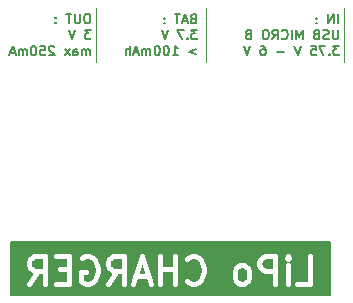
<source format=gbo>
G04 #@! TF.GenerationSoftware,KiCad,Pcbnew,5.0.2-bee76a0~70~ubuntu18.04.1*
G04 #@! TF.CreationDate,2019-03-01T14:14:17+01:00*
G04 #@! TF.ProjectId,SINE_STIMULUS_charger,53494e45-5f53-4544-994d-554c55535f63,rev?*
G04 #@! TF.SameCoordinates,Original*
G04 #@! TF.FileFunction,Legend,Bot*
G04 #@! TF.FilePolarity,Positive*
%FSLAX46Y46*%
G04 Gerber Fmt 4.6, Leading zero omitted, Abs format (unit mm)*
G04 Created by KiCad (PCBNEW 5.0.2-bee76a0~70~ubuntu18.04.1) date ven. 01 mars 2019 14:14:17 CET*
%MOMM*%
%LPD*%
G01*
G04 APERTURE LIST*
%ADD10C,0.150000*%
%ADD11C,0.100000*%
%ADD12C,0.160000*%
%ADD13C,0.140000*%
%ADD14C,0.120000*%
%ADD15C,0.450000*%
%ADD16C,0.300000*%
%ADD17R,1.802000X1.802000*%
%ADD18O,1.802000X1.802000*%
%ADD19C,1.002000*%
G04 APERTURE END LIST*
D10*
G36*
X91500000Y-81000000D02*
X118500000Y-81000000D01*
X118500000Y-85500000D01*
X91500000Y-85500000D01*
X91500000Y-81000000D01*
G37*
X91500000Y-81000000D02*
X118500000Y-81000000D01*
X118500000Y-85500000D01*
X91500000Y-85500000D01*
X91500000Y-81000000D01*
D11*
X98750000Y-61200000D02*
X98750000Y-65800000D01*
X108000000Y-61200000D02*
X108000000Y-65800000D01*
X119750000Y-61200000D02*
X119750000Y-65800000D01*
D12*
X98053142Y-61701904D02*
X97900761Y-61701904D01*
X97824571Y-61740000D01*
X97748380Y-61816190D01*
X97710285Y-61968571D01*
X97710285Y-62235238D01*
X97748380Y-62387619D01*
X97824571Y-62463809D01*
X97900761Y-62501904D01*
X98053142Y-62501904D01*
X98129333Y-62463809D01*
X98205523Y-62387619D01*
X98243619Y-62235238D01*
X98243619Y-61968571D01*
X98205523Y-61816190D01*
X98129333Y-61740000D01*
X98053142Y-61701904D01*
X97367428Y-61701904D02*
X97367428Y-62349523D01*
X97329333Y-62425714D01*
X97291238Y-62463809D01*
X97215047Y-62501904D01*
X97062666Y-62501904D01*
X96986476Y-62463809D01*
X96948380Y-62425714D01*
X96910285Y-62349523D01*
X96910285Y-61701904D01*
X96643619Y-61701904D02*
X96186476Y-61701904D01*
X96415047Y-62501904D02*
X96415047Y-61701904D01*
X95310285Y-62425714D02*
X95272190Y-62463809D01*
X95310285Y-62501904D01*
X95348380Y-62463809D01*
X95310285Y-62425714D01*
X95310285Y-62501904D01*
X95310285Y-62006666D02*
X95272190Y-62044761D01*
X95310285Y-62082857D01*
X95348380Y-62044761D01*
X95310285Y-62006666D01*
X95310285Y-62082857D01*
X98281714Y-63061904D02*
X97786476Y-63061904D01*
X98053142Y-63366666D01*
X97938857Y-63366666D01*
X97862666Y-63404761D01*
X97824571Y-63442857D01*
X97786476Y-63519047D01*
X97786476Y-63709523D01*
X97824571Y-63785714D01*
X97862666Y-63823809D01*
X97938857Y-63861904D01*
X98167428Y-63861904D01*
X98243619Y-63823809D01*
X98281714Y-63785714D01*
X96948380Y-63061904D02*
X96681714Y-63861904D01*
X96415047Y-63061904D01*
X98205523Y-65221904D02*
X98205523Y-64688571D01*
X98205523Y-64764761D02*
X98167428Y-64726666D01*
X98091238Y-64688571D01*
X97976952Y-64688571D01*
X97900761Y-64726666D01*
X97862666Y-64802857D01*
X97862666Y-65221904D01*
X97862666Y-64802857D02*
X97824571Y-64726666D01*
X97748380Y-64688571D01*
X97634095Y-64688571D01*
X97557904Y-64726666D01*
X97519809Y-64802857D01*
X97519809Y-65221904D01*
X96796000Y-65221904D02*
X96796000Y-64802857D01*
X96834095Y-64726666D01*
X96910285Y-64688571D01*
X97062666Y-64688571D01*
X97138857Y-64726666D01*
X96796000Y-65183809D02*
X96872190Y-65221904D01*
X97062666Y-65221904D01*
X97138857Y-65183809D01*
X97176952Y-65107619D01*
X97176952Y-65031428D01*
X97138857Y-64955238D01*
X97062666Y-64917142D01*
X96872190Y-64917142D01*
X96796000Y-64879047D01*
X96491238Y-65221904D02*
X96072190Y-64688571D01*
X96491238Y-64688571D02*
X96072190Y-65221904D01*
X95196000Y-64498095D02*
X95157904Y-64460000D01*
X95081714Y-64421904D01*
X94891238Y-64421904D01*
X94815047Y-64460000D01*
X94776952Y-64498095D01*
X94738857Y-64574285D01*
X94738857Y-64650476D01*
X94776952Y-64764761D01*
X95234095Y-65221904D01*
X94738857Y-65221904D01*
X94015047Y-64421904D02*
X94396000Y-64421904D01*
X94434095Y-64802857D01*
X94396000Y-64764761D01*
X94319809Y-64726666D01*
X94129333Y-64726666D01*
X94053142Y-64764761D01*
X94015047Y-64802857D01*
X93976952Y-64879047D01*
X93976952Y-65069523D01*
X94015047Y-65145714D01*
X94053142Y-65183809D01*
X94129333Y-65221904D01*
X94319809Y-65221904D01*
X94396000Y-65183809D01*
X94434095Y-65145714D01*
X93481714Y-64421904D02*
X93405523Y-64421904D01*
X93329333Y-64460000D01*
X93291238Y-64498095D01*
X93253142Y-64574285D01*
X93215047Y-64726666D01*
X93215047Y-64917142D01*
X93253142Y-65069523D01*
X93291238Y-65145714D01*
X93329333Y-65183809D01*
X93405523Y-65221904D01*
X93481714Y-65221904D01*
X93557904Y-65183809D01*
X93596000Y-65145714D01*
X93634095Y-65069523D01*
X93672190Y-64917142D01*
X93672190Y-64726666D01*
X93634095Y-64574285D01*
X93596000Y-64498095D01*
X93557904Y-64460000D01*
X93481714Y-64421904D01*
X92872190Y-65221904D02*
X92872190Y-64688571D01*
X92872190Y-64764761D02*
X92834095Y-64726666D01*
X92757904Y-64688571D01*
X92643619Y-64688571D01*
X92567428Y-64726666D01*
X92529333Y-64802857D01*
X92529333Y-65221904D01*
X92529333Y-64802857D02*
X92491238Y-64726666D01*
X92415047Y-64688571D01*
X92300761Y-64688571D01*
X92224571Y-64726666D01*
X92186476Y-64802857D01*
X92186476Y-65221904D01*
X91843619Y-64993333D02*
X91462666Y-64993333D01*
X91919809Y-65221904D02*
X91653142Y-64421904D01*
X91386476Y-65221904D01*
D13*
X106951857Y-62102857D02*
X106837571Y-62140952D01*
X106799476Y-62179047D01*
X106761380Y-62255238D01*
X106761380Y-62369523D01*
X106799476Y-62445714D01*
X106837571Y-62483809D01*
X106913761Y-62521904D01*
X107218523Y-62521904D01*
X107218523Y-61721904D01*
X106951857Y-61721904D01*
X106875666Y-61760000D01*
X106837571Y-61798095D01*
X106799476Y-61874285D01*
X106799476Y-61950476D01*
X106837571Y-62026666D01*
X106875666Y-62064761D01*
X106951857Y-62102857D01*
X107218523Y-62102857D01*
X106456619Y-62293333D02*
X106075666Y-62293333D01*
X106532809Y-62521904D02*
X106266142Y-61721904D01*
X105999476Y-62521904D01*
X105847095Y-61721904D02*
X105389952Y-61721904D01*
X105618523Y-62521904D02*
X105618523Y-61721904D01*
X104513761Y-62445714D02*
X104475666Y-62483809D01*
X104513761Y-62521904D01*
X104551857Y-62483809D01*
X104513761Y-62445714D01*
X104513761Y-62521904D01*
X104513761Y-62026666D02*
X104475666Y-62064761D01*
X104513761Y-62102857D01*
X104551857Y-62064761D01*
X104513761Y-62026666D01*
X104513761Y-62102857D01*
X107294714Y-63061904D02*
X106799476Y-63061904D01*
X107066142Y-63366666D01*
X106951857Y-63366666D01*
X106875666Y-63404761D01*
X106837571Y-63442857D01*
X106799476Y-63519047D01*
X106799476Y-63709523D01*
X106837571Y-63785714D01*
X106875666Y-63823809D01*
X106951857Y-63861904D01*
X107180428Y-63861904D01*
X107256619Y-63823809D01*
X107294714Y-63785714D01*
X106456619Y-63785714D02*
X106418523Y-63823809D01*
X106456619Y-63861904D01*
X106494714Y-63823809D01*
X106456619Y-63785714D01*
X106456619Y-63861904D01*
X106151857Y-63061904D02*
X105618523Y-63061904D01*
X105961380Y-63861904D01*
X104818523Y-63061904D02*
X104551857Y-63861904D01*
X104285190Y-63061904D01*
X107218523Y-64668571D02*
X106609000Y-64897142D01*
X107218523Y-65125714D01*
X105199476Y-65201904D02*
X105656619Y-65201904D01*
X105428047Y-65201904D02*
X105428047Y-64401904D01*
X105504238Y-64516190D01*
X105580428Y-64592380D01*
X105656619Y-64630476D01*
X104704238Y-64401904D02*
X104628047Y-64401904D01*
X104551857Y-64440000D01*
X104513761Y-64478095D01*
X104475666Y-64554285D01*
X104437571Y-64706666D01*
X104437571Y-64897142D01*
X104475666Y-65049523D01*
X104513761Y-65125714D01*
X104551857Y-65163809D01*
X104628047Y-65201904D01*
X104704238Y-65201904D01*
X104780428Y-65163809D01*
X104818523Y-65125714D01*
X104856619Y-65049523D01*
X104894714Y-64897142D01*
X104894714Y-64706666D01*
X104856619Y-64554285D01*
X104818523Y-64478095D01*
X104780428Y-64440000D01*
X104704238Y-64401904D01*
X103942333Y-64401904D02*
X103866142Y-64401904D01*
X103789952Y-64440000D01*
X103751857Y-64478095D01*
X103713761Y-64554285D01*
X103675666Y-64706666D01*
X103675666Y-64897142D01*
X103713761Y-65049523D01*
X103751857Y-65125714D01*
X103789952Y-65163809D01*
X103866142Y-65201904D01*
X103942333Y-65201904D01*
X104018523Y-65163809D01*
X104056619Y-65125714D01*
X104094714Y-65049523D01*
X104132809Y-64897142D01*
X104132809Y-64706666D01*
X104094714Y-64554285D01*
X104056619Y-64478095D01*
X104018523Y-64440000D01*
X103942333Y-64401904D01*
X103332809Y-65201904D02*
X103332809Y-64668571D01*
X103332809Y-64744761D02*
X103294714Y-64706666D01*
X103218523Y-64668571D01*
X103104238Y-64668571D01*
X103028047Y-64706666D01*
X102989952Y-64782857D01*
X102989952Y-65201904D01*
X102989952Y-64782857D02*
X102951857Y-64706666D01*
X102875666Y-64668571D01*
X102761380Y-64668571D01*
X102685190Y-64706666D01*
X102647095Y-64782857D01*
X102647095Y-65201904D01*
X102304238Y-64973333D02*
X101923285Y-64973333D01*
X102380428Y-65201904D02*
X102113761Y-64401904D01*
X101847095Y-65201904D01*
X101580428Y-65201904D02*
X101580428Y-64401904D01*
X101237571Y-65201904D02*
X101237571Y-64782857D01*
X101275666Y-64706666D01*
X101351857Y-64668571D01*
X101466142Y-64668571D01*
X101542333Y-64706666D01*
X101580428Y-64744761D01*
X119218523Y-62521904D02*
X119218523Y-61721904D01*
X118837571Y-62521904D02*
X118837571Y-61721904D01*
X118380428Y-62521904D01*
X118380428Y-61721904D01*
X117389952Y-62445714D02*
X117351857Y-62483809D01*
X117389952Y-62521904D01*
X117428047Y-62483809D01*
X117389952Y-62445714D01*
X117389952Y-62521904D01*
X117389952Y-62026666D02*
X117351857Y-62064761D01*
X117389952Y-62102857D01*
X117428047Y-62064761D01*
X117389952Y-62026666D01*
X117389952Y-62102857D01*
X119218523Y-63061904D02*
X119218523Y-63709523D01*
X119180428Y-63785714D01*
X119142333Y-63823809D01*
X119066142Y-63861904D01*
X118913761Y-63861904D01*
X118837571Y-63823809D01*
X118799476Y-63785714D01*
X118761380Y-63709523D01*
X118761380Y-63061904D01*
X118418523Y-63823809D02*
X118304238Y-63861904D01*
X118113761Y-63861904D01*
X118037571Y-63823809D01*
X117999476Y-63785714D01*
X117961380Y-63709523D01*
X117961380Y-63633333D01*
X117999476Y-63557142D01*
X118037571Y-63519047D01*
X118113761Y-63480952D01*
X118266142Y-63442857D01*
X118342333Y-63404761D01*
X118380428Y-63366666D01*
X118418523Y-63290476D01*
X118418523Y-63214285D01*
X118380428Y-63138095D01*
X118342333Y-63100000D01*
X118266142Y-63061904D01*
X118075666Y-63061904D01*
X117961380Y-63100000D01*
X117351857Y-63442857D02*
X117237571Y-63480952D01*
X117199476Y-63519047D01*
X117161380Y-63595238D01*
X117161380Y-63709523D01*
X117199476Y-63785714D01*
X117237571Y-63823809D01*
X117313761Y-63861904D01*
X117618523Y-63861904D01*
X117618523Y-63061904D01*
X117351857Y-63061904D01*
X117275666Y-63100000D01*
X117237571Y-63138095D01*
X117199476Y-63214285D01*
X117199476Y-63290476D01*
X117237571Y-63366666D01*
X117275666Y-63404761D01*
X117351857Y-63442857D01*
X117618523Y-63442857D01*
X116209000Y-63861904D02*
X116209000Y-63061904D01*
X115942333Y-63633333D01*
X115675666Y-63061904D01*
X115675666Y-63861904D01*
X115294714Y-63861904D02*
X115294714Y-63061904D01*
X114456619Y-63785714D02*
X114494714Y-63823809D01*
X114609000Y-63861904D01*
X114685190Y-63861904D01*
X114799476Y-63823809D01*
X114875666Y-63747619D01*
X114913761Y-63671428D01*
X114951857Y-63519047D01*
X114951857Y-63404761D01*
X114913761Y-63252380D01*
X114875666Y-63176190D01*
X114799476Y-63100000D01*
X114685190Y-63061904D01*
X114609000Y-63061904D01*
X114494714Y-63100000D01*
X114456619Y-63138095D01*
X113656619Y-63861904D02*
X113923285Y-63480952D01*
X114113761Y-63861904D02*
X114113761Y-63061904D01*
X113809000Y-63061904D01*
X113732809Y-63100000D01*
X113694714Y-63138095D01*
X113656619Y-63214285D01*
X113656619Y-63328571D01*
X113694714Y-63404761D01*
X113732809Y-63442857D01*
X113809000Y-63480952D01*
X114113761Y-63480952D01*
X113161380Y-63061904D02*
X113009000Y-63061904D01*
X112932809Y-63100000D01*
X112856619Y-63176190D01*
X112818523Y-63328571D01*
X112818523Y-63595238D01*
X112856619Y-63747619D01*
X112932809Y-63823809D01*
X113009000Y-63861904D01*
X113161380Y-63861904D01*
X113237571Y-63823809D01*
X113313761Y-63747619D01*
X113351857Y-63595238D01*
X113351857Y-63328571D01*
X113313761Y-63176190D01*
X113237571Y-63100000D01*
X113161380Y-63061904D01*
X111599476Y-63442857D02*
X111485190Y-63480952D01*
X111447095Y-63519047D01*
X111409000Y-63595238D01*
X111409000Y-63709523D01*
X111447095Y-63785714D01*
X111485190Y-63823809D01*
X111561380Y-63861904D01*
X111866142Y-63861904D01*
X111866142Y-63061904D01*
X111599476Y-63061904D01*
X111523285Y-63100000D01*
X111485190Y-63138095D01*
X111447095Y-63214285D01*
X111447095Y-63290476D01*
X111485190Y-63366666D01*
X111523285Y-63404761D01*
X111599476Y-63442857D01*
X111866142Y-63442857D01*
X119294714Y-64401904D02*
X118799476Y-64401904D01*
X119066142Y-64706666D01*
X118951857Y-64706666D01*
X118875666Y-64744761D01*
X118837571Y-64782857D01*
X118799476Y-64859047D01*
X118799476Y-65049523D01*
X118837571Y-65125714D01*
X118875666Y-65163809D01*
X118951857Y-65201904D01*
X119180428Y-65201904D01*
X119256619Y-65163809D01*
X119294714Y-65125714D01*
X118456619Y-65125714D02*
X118418523Y-65163809D01*
X118456619Y-65201904D01*
X118494714Y-65163809D01*
X118456619Y-65125714D01*
X118456619Y-65201904D01*
X118151857Y-64401904D02*
X117618523Y-64401904D01*
X117961380Y-65201904D01*
X116932809Y-64401904D02*
X117313761Y-64401904D01*
X117351857Y-64782857D01*
X117313761Y-64744761D01*
X117237571Y-64706666D01*
X117047095Y-64706666D01*
X116970904Y-64744761D01*
X116932809Y-64782857D01*
X116894714Y-64859047D01*
X116894714Y-65049523D01*
X116932809Y-65125714D01*
X116970904Y-65163809D01*
X117047095Y-65201904D01*
X117237571Y-65201904D01*
X117313761Y-65163809D01*
X117351857Y-65125714D01*
X116056619Y-64401904D02*
X115789952Y-65201904D01*
X115523285Y-64401904D01*
X114647095Y-64897142D02*
X114037571Y-64897142D01*
X112704238Y-64401904D02*
X112856619Y-64401904D01*
X112932809Y-64440000D01*
X112970904Y-64478095D01*
X113047095Y-64592380D01*
X113085190Y-64744761D01*
X113085190Y-65049523D01*
X113047095Y-65125714D01*
X113009000Y-65163809D01*
X112932809Y-65201904D01*
X112780428Y-65201904D01*
X112704238Y-65163809D01*
X112666142Y-65125714D01*
X112628047Y-65049523D01*
X112628047Y-64859047D01*
X112666142Y-64782857D01*
X112704238Y-64744761D01*
X112780428Y-64706666D01*
X112932809Y-64706666D01*
X113009000Y-64744761D01*
X113047095Y-64782857D01*
X113085190Y-64859047D01*
X111789952Y-64401904D02*
X111523285Y-65201904D01*
X111256619Y-64401904D01*
%LPC*%
D14*
X110500000Y-80000000D02*
X99500000Y-80000000D01*
X110857142Y-79485714D02*
X110742857Y-79542857D01*
X110514285Y-79542857D01*
X110400000Y-79485714D01*
X110342857Y-79371428D01*
X110342857Y-79314285D01*
X110400000Y-79200000D01*
X110514285Y-79142857D01*
X110685714Y-79142857D01*
X110800000Y-79085714D01*
X110857142Y-78971428D01*
X110857142Y-78914285D01*
X110800000Y-78800000D01*
X110685714Y-78742857D01*
X110514285Y-78742857D01*
X110400000Y-78800000D01*
X109828571Y-79542857D02*
X109828571Y-78742857D01*
X109828571Y-78342857D02*
X109885714Y-78400000D01*
X109828571Y-78457142D01*
X109771428Y-78400000D01*
X109828571Y-78342857D01*
X109828571Y-78457142D01*
X109257142Y-78742857D02*
X109257142Y-79542857D01*
X109257142Y-78857142D02*
X109200000Y-78800000D01*
X109085714Y-78742857D01*
X108914285Y-78742857D01*
X108800000Y-78800000D01*
X108742857Y-78914285D01*
X108742857Y-79542857D01*
X107714285Y-79485714D02*
X107828571Y-79542857D01*
X108057142Y-79542857D01*
X108171428Y-79485714D01*
X108228571Y-79371428D01*
X108228571Y-78914285D01*
X108171428Y-78800000D01*
X108057142Y-78742857D01*
X107828571Y-78742857D01*
X107714285Y-78800000D01*
X107657142Y-78914285D01*
X107657142Y-79028571D01*
X108228571Y-79142857D01*
X106285714Y-79485714D02*
X106171428Y-79542857D01*
X105942857Y-79542857D01*
X105828571Y-79485714D01*
X105771428Y-79371428D01*
X105771428Y-79314285D01*
X105828571Y-79200000D01*
X105942857Y-79142857D01*
X106114285Y-79142857D01*
X106228571Y-79085714D01*
X106285714Y-78971428D01*
X106285714Y-78914285D01*
X106228571Y-78800000D01*
X106114285Y-78742857D01*
X105942857Y-78742857D01*
X105828571Y-78800000D01*
X105428571Y-78742857D02*
X104971428Y-78742857D01*
X105257142Y-78342857D02*
X105257142Y-79371428D01*
X105200000Y-79485714D01*
X105085714Y-79542857D01*
X104971428Y-79542857D01*
X104571428Y-79542857D02*
X104571428Y-78742857D01*
X104571428Y-78342857D02*
X104628571Y-78400000D01*
X104571428Y-78457142D01*
X104514285Y-78400000D01*
X104571428Y-78342857D01*
X104571428Y-78457142D01*
X104000000Y-79542857D02*
X104000000Y-78742857D01*
X104000000Y-78857142D02*
X103942857Y-78800000D01*
X103828571Y-78742857D01*
X103657142Y-78742857D01*
X103542857Y-78800000D01*
X103485714Y-78914285D01*
X103485714Y-79542857D01*
X103485714Y-78914285D02*
X103428571Y-78800000D01*
X103314285Y-78742857D01*
X103142857Y-78742857D01*
X103028571Y-78800000D01*
X102971428Y-78914285D01*
X102971428Y-79542857D01*
X101885714Y-78742857D02*
X101885714Y-79542857D01*
X102400000Y-78742857D02*
X102400000Y-79371428D01*
X102342857Y-79485714D01*
X102228571Y-79542857D01*
X102057142Y-79542857D01*
X101942857Y-79485714D01*
X101885714Y-79428571D01*
X101142857Y-79542857D02*
X101257142Y-79485714D01*
X101314285Y-79371428D01*
X101314285Y-78342857D01*
X100171428Y-78742857D02*
X100171428Y-79542857D01*
X100685714Y-78742857D02*
X100685714Y-79371428D01*
X100628571Y-79485714D01*
X100514285Y-79542857D01*
X100342857Y-79542857D01*
X100228571Y-79485714D01*
X100171428Y-79428571D01*
X99657142Y-79485714D02*
X99542857Y-79542857D01*
X99314285Y-79542857D01*
X99200000Y-79485714D01*
X99142857Y-79371428D01*
X99142857Y-79314285D01*
X99200000Y-79200000D01*
X99314285Y-79142857D01*
X99485714Y-79142857D01*
X99600000Y-79085714D01*
X99657142Y-78971428D01*
X99657142Y-78914285D01*
X99600000Y-78800000D01*
X99485714Y-78742857D01*
X99314285Y-78742857D01*
X99200000Y-78800000D01*
D15*
X115733333Y-84540476D02*
X116828571Y-84540476D01*
X116828571Y-82240476D01*
X114966666Y-84540476D02*
X114966666Y-83007142D01*
X114966666Y-82240476D02*
X115076190Y-82350000D01*
X114966666Y-82459523D01*
X114857142Y-82350000D01*
X114966666Y-82240476D01*
X114966666Y-82459523D01*
X113871428Y-84540476D02*
X113871428Y-82240476D01*
X112995238Y-82240476D01*
X112776190Y-82350000D01*
X112666666Y-82459523D01*
X112557142Y-82678571D01*
X112557142Y-83007142D01*
X112666666Y-83226190D01*
X112776190Y-83335714D01*
X112995238Y-83445238D01*
X113871428Y-83445238D01*
X111242857Y-84540476D02*
X111461904Y-84430952D01*
X111571428Y-84321428D01*
X111680952Y-84102380D01*
X111680952Y-83445238D01*
X111571428Y-83226190D01*
X111461904Y-83116666D01*
X111242857Y-83007142D01*
X110914285Y-83007142D01*
X110695238Y-83116666D01*
X110585714Y-83226190D01*
X110476190Y-83445238D01*
X110476190Y-84102380D01*
X110585714Y-84321428D01*
X110695238Y-84430952D01*
X110914285Y-84540476D01*
X111242857Y-84540476D01*
X106423809Y-84321428D02*
X106533333Y-84430952D01*
X106861904Y-84540476D01*
X107080952Y-84540476D01*
X107409523Y-84430952D01*
X107628571Y-84211904D01*
X107738095Y-83992857D01*
X107847619Y-83554761D01*
X107847619Y-83226190D01*
X107738095Y-82788095D01*
X107628571Y-82569047D01*
X107409523Y-82350000D01*
X107080952Y-82240476D01*
X106861904Y-82240476D01*
X106533333Y-82350000D01*
X106423809Y-82459523D01*
X105438095Y-84540476D02*
X105438095Y-82240476D01*
X105438095Y-83335714D02*
X104123809Y-83335714D01*
X104123809Y-84540476D02*
X104123809Y-82240476D01*
X103138095Y-83883333D02*
X102042857Y-83883333D01*
X103357142Y-84540476D02*
X102590476Y-82240476D01*
X101823809Y-84540476D01*
X99742857Y-84540476D02*
X100509523Y-83445238D01*
X101057142Y-84540476D02*
X101057142Y-82240476D01*
X100180952Y-82240476D01*
X99961904Y-82350000D01*
X99852380Y-82459523D01*
X99742857Y-82678571D01*
X99742857Y-83007142D01*
X99852380Y-83226190D01*
X99961904Y-83335714D01*
X100180952Y-83445238D01*
X101057142Y-83445238D01*
X97552380Y-82350000D02*
X97771428Y-82240476D01*
X98100000Y-82240476D01*
X98428571Y-82350000D01*
X98647619Y-82569047D01*
X98757142Y-82788095D01*
X98866666Y-83226190D01*
X98866666Y-83554761D01*
X98757142Y-83992857D01*
X98647619Y-84211904D01*
X98428571Y-84430952D01*
X98100000Y-84540476D01*
X97880952Y-84540476D01*
X97552380Y-84430952D01*
X97442857Y-84321428D01*
X97442857Y-83554761D01*
X97880952Y-83554761D01*
X96457142Y-83335714D02*
X95690476Y-83335714D01*
X95361904Y-84540476D02*
X96457142Y-84540476D01*
X96457142Y-82240476D01*
X95361904Y-82240476D01*
X93061904Y-84540476D02*
X93828571Y-83445238D01*
X94376190Y-84540476D02*
X94376190Y-82240476D01*
X93500000Y-82240476D01*
X93280952Y-82350000D01*
X93171428Y-82459523D01*
X93061904Y-82678571D01*
X93061904Y-83007142D01*
X93171428Y-83226190D01*
X93280952Y-83335714D01*
X93500000Y-83445238D01*
X94376190Y-83445238D01*
D11*
X88948809Y-86470714D02*
X88948809Y-86423095D01*
X88925000Y-86375476D01*
X88901190Y-86351666D01*
X88853571Y-86327857D01*
X88758333Y-86304047D01*
X88639285Y-86304047D01*
X88544047Y-86327857D01*
X88496428Y-86351666D01*
X88472619Y-86375476D01*
X88448809Y-86423095D01*
X88448809Y-86470714D01*
X88472619Y-86518333D01*
X88496428Y-86542142D01*
X88544047Y-86565952D01*
X88639285Y-86589761D01*
X88758333Y-86589761D01*
X88853571Y-86565952D01*
X88901190Y-86542142D01*
X88925000Y-86518333D01*
X88948809Y-86470714D01*
X88901190Y-86113571D02*
X88925000Y-86089761D01*
X88948809Y-86042142D01*
X88948809Y-85923095D01*
X88925000Y-85875476D01*
X88901190Y-85851666D01*
X88853571Y-85827857D01*
X88805952Y-85827857D01*
X88734523Y-85851666D01*
X88448809Y-86137380D01*
X88448809Y-85827857D01*
X88972619Y-85256428D02*
X88329761Y-85685000D01*
X88448809Y-84827857D02*
X88448809Y-85113571D01*
X88448809Y-84970714D02*
X88948809Y-84970714D01*
X88877380Y-85018333D01*
X88829761Y-85065952D01*
X88805952Y-85113571D01*
X88448809Y-84589761D02*
X88448809Y-84494523D01*
X88472619Y-84446904D01*
X88496428Y-84423095D01*
X88567857Y-84375476D01*
X88663095Y-84351666D01*
X88853571Y-84351666D01*
X88901190Y-84375476D01*
X88925000Y-84399285D01*
X88948809Y-84446904D01*
X88948809Y-84542142D01*
X88925000Y-84589761D01*
X88901190Y-84613571D01*
X88853571Y-84637380D01*
X88734523Y-84637380D01*
X88686904Y-84613571D01*
X88663095Y-84589761D01*
X88639285Y-84542142D01*
X88639285Y-84446904D01*
X88663095Y-84399285D01*
X88686904Y-84375476D01*
X88734523Y-84351666D01*
X88448809Y-81185000D02*
X88686904Y-81351666D01*
X88448809Y-81470714D02*
X88948809Y-81470714D01*
X88948809Y-81280238D01*
X88925000Y-81232619D01*
X88901190Y-81208809D01*
X88853571Y-81185000D01*
X88782142Y-81185000D01*
X88734523Y-81208809D01*
X88710714Y-81232619D01*
X88686904Y-81280238D01*
X88686904Y-81470714D01*
X88710714Y-80970714D02*
X88710714Y-80804047D01*
X88448809Y-80732619D02*
X88448809Y-80970714D01*
X88948809Y-80970714D01*
X88948809Y-80732619D01*
X88948809Y-80589761D02*
X88448809Y-80423095D01*
X88948809Y-80256428D01*
X88448809Y-79446904D02*
X88448809Y-79732619D01*
X88448809Y-79589761D02*
X88948809Y-79589761D01*
X88877380Y-79637380D01*
X88829761Y-79685000D01*
X88805952Y-79732619D01*
X87598809Y-86351666D02*
X87860714Y-86351666D01*
X87908333Y-86375476D01*
X87932142Y-86423095D01*
X87932142Y-86518333D01*
X87908333Y-86565952D01*
X87622619Y-86351666D02*
X87598809Y-86399285D01*
X87598809Y-86518333D01*
X87622619Y-86565952D01*
X87670238Y-86589761D01*
X87717857Y-86589761D01*
X87765476Y-86565952D01*
X87789285Y-86518333D01*
X87789285Y-86399285D01*
X87813095Y-86351666D01*
X87932142Y-86113571D02*
X87598809Y-86113571D01*
X87884523Y-86113571D02*
X87908333Y-86089761D01*
X87932142Y-86042142D01*
X87932142Y-85970714D01*
X87908333Y-85923095D01*
X87860714Y-85899285D01*
X87598809Y-85899285D01*
X87932142Y-85732619D02*
X87932142Y-85542142D01*
X88098809Y-85661190D02*
X87670238Y-85661190D01*
X87622619Y-85637380D01*
X87598809Y-85589761D01*
X87598809Y-85542142D01*
X87598809Y-85304047D02*
X87622619Y-85351666D01*
X87646428Y-85375476D01*
X87694047Y-85399285D01*
X87836904Y-85399285D01*
X87884523Y-85375476D01*
X87908333Y-85351666D01*
X87932142Y-85304047D01*
X87932142Y-85232619D01*
X87908333Y-85185000D01*
X87884523Y-85161190D01*
X87836904Y-85137380D01*
X87694047Y-85137380D01*
X87646428Y-85161190D01*
X87622619Y-85185000D01*
X87598809Y-85232619D01*
X87598809Y-85304047D01*
X87598809Y-84923095D02*
X87932142Y-84923095D01*
X88098809Y-84923095D02*
X88075000Y-84946904D01*
X88051190Y-84923095D01*
X88075000Y-84899285D01*
X88098809Y-84923095D01*
X88051190Y-84923095D01*
X87932142Y-84685000D02*
X87598809Y-84685000D01*
X87884523Y-84685000D02*
X87908333Y-84661190D01*
X87932142Y-84613571D01*
X87932142Y-84542142D01*
X87908333Y-84494523D01*
X87860714Y-84470714D01*
X87598809Y-84470714D01*
X87622619Y-84042142D02*
X87598809Y-84089761D01*
X87598809Y-84185000D01*
X87622619Y-84232619D01*
X87670238Y-84256428D01*
X87860714Y-84256428D01*
X87908333Y-84232619D01*
X87932142Y-84185000D01*
X87932142Y-84089761D01*
X87908333Y-84042142D01*
X87860714Y-84018333D01*
X87813095Y-84018333D01*
X87765476Y-84256428D01*
X87646428Y-83804047D02*
X87622619Y-83780238D01*
X87598809Y-83804047D01*
X87622619Y-83827857D01*
X87646428Y-83804047D01*
X87598809Y-83804047D01*
X87932142Y-83565952D02*
X87432142Y-83565952D01*
X87908333Y-83565952D02*
X87932142Y-83518333D01*
X87932142Y-83423095D01*
X87908333Y-83375476D01*
X87884523Y-83351666D01*
X87836904Y-83327857D01*
X87694047Y-83327857D01*
X87646428Y-83351666D01*
X87622619Y-83375476D01*
X87598809Y-83423095D01*
X87598809Y-83518333D01*
X87622619Y-83565952D01*
X87598809Y-83113571D02*
X87932142Y-83113571D01*
X88098809Y-83113571D02*
X88075000Y-83137380D01*
X88051190Y-83113571D01*
X88075000Y-83089761D01*
X88098809Y-83113571D01*
X88051190Y-83113571D01*
X87932142Y-82875476D02*
X87598809Y-82875476D01*
X87884523Y-82875476D02*
X87908333Y-82851666D01*
X87932142Y-82804047D01*
X87932142Y-82732619D01*
X87908333Y-82685000D01*
X87860714Y-82661190D01*
X87598809Y-82661190D01*
X87932142Y-82494523D02*
X87932142Y-82304047D01*
X88098809Y-82423095D02*
X87670238Y-82423095D01*
X87622619Y-82399285D01*
X87598809Y-82351666D01*
X87598809Y-82304047D01*
X87598809Y-82065952D02*
X87622619Y-82113571D01*
X87646428Y-82137380D01*
X87694047Y-82161190D01*
X87836904Y-82161190D01*
X87884523Y-82137380D01*
X87908333Y-82113571D01*
X87932142Y-82065952D01*
X87932142Y-81994523D01*
X87908333Y-81946904D01*
X87884523Y-81923095D01*
X87836904Y-81899285D01*
X87694047Y-81899285D01*
X87646428Y-81923095D01*
X87622619Y-81946904D01*
X87598809Y-81994523D01*
X87598809Y-82065952D01*
X87932142Y-81470714D02*
X87598809Y-81470714D01*
X87932142Y-81685000D02*
X87670238Y-81685000D01*
X87622619Y-81661190D01*
X87598809Y-81613571D01*
X87598809Y-81542142D01*
X87622619Y-81494523D01*
X87646428Y-81470714D01*
X87932142Y-81304047D02*
X87932142Y-81113571D01*
X88098809Y-81232619D02*
X87670238Y-81232619D01*
X87622619Y-81208809D01*
X87598809Y-81161190D01*
X87598809Y-81113571D01*
X87646428Y-80946904D02*
X87622619Y-80923095D01*
X87598809Y-80946904D01*
X87622619Y-80970714D01*
X87646428Y-80946904D01*
X87598809Y-80946904D01*
X87622619Y-80494523D02*
X87598809Y-80542142D01*
X87598809Y-80637380D01*
X87622619Y-80685000D01*
X87646428Y-80708809D01*
X87694047Y-80732619D01*
X87836904Y-80732619D01*
X87884523Y-80708809D01*
X87908333Y-80685000D01*
X87932142Y-80637380D01*
X87932142Y-80542142D01*
X87908333Y-80494523D01*
X87598809Y-80208809D02*
X87622619Y-80256428D01*
X87646428Y-80280238D01*
X87694047Y-80304047D01*
X87836904Y-80304047D01*
X87884523Y-80280238D01*
X87908333Y-80256428D01*
X87932142Y-80208809D01*
X87932142Y-80137380D01*
X87908333Y-80089761D01*
X87884523Y-80065952D01*
X87836904Y-80042142D01*
X87694047Y-80042142D01*
X87646428Y-80065952D01*
X87622619Y-80089761D01*
X87598809Y-80137380D01*
X87598809Y-80208809D01*
X87598809Y-79827857D02*
X87932142Y-79827857D01*
X87884523Y-79827857D02*
X87908333Y-79804047D01*
X87932142Y-79756428D01*
X87932142Y-79685000D01*
X87908333Y-79637380D01*
X87860714Y-79613571D01*
X87598809Y-79613571D01*
X87860714Y-79613571D02*
X87908333Y-79589761D01*
X87932142Y-79542142D01*
X87932142Y-79470714D01*
X87908333Y-79423095D01*
X87860714Y-79399285D01*
X87598809Y-79399285D01*
D16*
X108500000Y-88928571D02*
X109214285Y-88928571D01*
X109214285Y-87428571D01*
X108000000Y-88928571D02*
X108000000Y-87428571D01*
X106428571Y-88928571D02*
X106928571Y-88214285D01*
X107285714Y-88928571D02*
X107285714Y-87428571D01*
X106714285Y-87428571D01*
X106571428Y-87500000D01*
X106500000Y-87571428D01*
X106428571Y-87714285D01*
X106428571Y-87928571D01*
X106500000Y-88071428D01*
X106571428Y-88142857D01*
X106714285Y-88214285D01*
X107285714Y-88214285D01*
X105857142Y-87571428D02*
X105785714Y-87500000D01*
X105642857Y-87428571D01*
X105285714Y-87428571D01*
X105142857Y-87500000D01*
X105071428Y-87571428D01*
X105000000Y-87714285D01*
X105000000Y-87857142D01*
X105071428Y-88071428D01*
X105928571Y-88928571D01*
X105000000Y-88928571D01*
X103714285Y-87928571D02*
X103714285Y-88928571D01*
X104071428Y-87357142D02*
X104428571Y-88428571D01*
X103500000Y-88428571D01*
X102214285Y-87428571D02*
X102928571Y-87428571D01*
X103000000Y-88142857D01*
X102928571Y-88071428D01*
X102785714Y-88000000D01*
X102428571Y-88000000D01*
X102285714Y-88071428D01*
X102214285Y-88142857D01*
X102142857Y-88285714D01*
X102142857Y-88642857D01*
X102214285Y-88785714D01*
X102285714Y-88857142D01*
X102428571Y-88928571D01*
X102785714Y-88928571D01*
X102928571Y-88857142D01*
X103000000Y-88785714D01*
X101214285Y-87428571D02*
X101071428Y-87428571D01*
X100928571Y-87500000D01*
X100857142Y-87571428D01*
X100785714Y-87714285D01*
X100714285Y-88000000D01*
X100714285Y-88357142D01*
X100785714Y-88642857D01*
X100857142Y-88785714D01*
X100928571Y-88857142D01*
X101071428Y-88928571D01*
X101214285Y-88928571D01*
X101357142Y-88857142D01*
X101428571Y-88785714D01*
X101500000Y-88642857D01*
X101571428Y-88357142D01*
X101571428Y-88000000D01*
X101500000Y-87714285D01*
X101428571Y-87571428D01*
X101357142Y-87500000D01*
X101214285Y-87428571D01*
D17*
G04 #@! TO.C,J2*
X109079999Y-68000000D03*
D18*
X106539999Y-68000000D03*
X103999999Y-68000000D03*
X101459999Y-68000000D03*
G04 #@! TD*
D17*
G04 #@! TO.C,J3*
X121920000Y-62230000D03*
D18*
X121920000Y-64770000D03*
G04 #@! TD*
D17*
G04 #@! TO.C,TP1*
X121920000Y-76200000D03*
D18*
X121920000Y-78740000D03*
G04 #@! TD*
G04 #@! TO.C,TP2*
X88265000Y-64770000D03*
D17*
X88265000Y-62230000D03*
G04 #@! TD*
D19*
G04 #@! TO.C,SW1*
X88170000Y-74500000D03*
X88170000Y-77500000D03*
G04 #@! TD*
M02*

</source>
